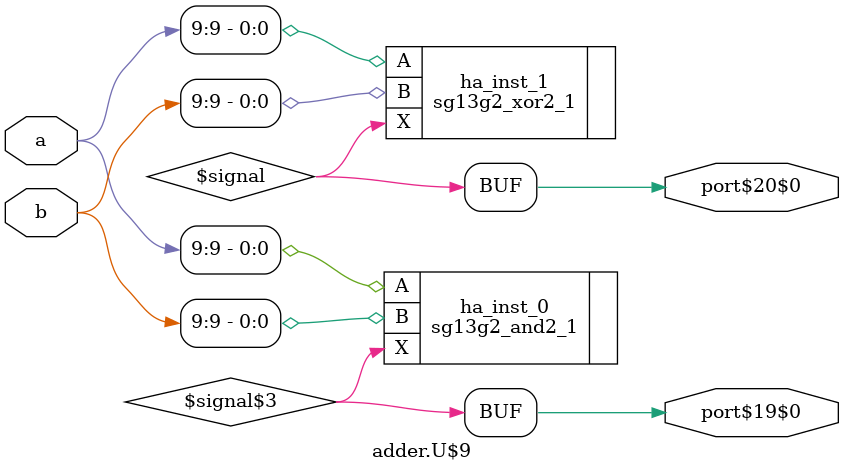
<source format=sv>
/* Generated by Yosys 0.51+85 (git sha1 d3aec12fe, clang++ 18.1.8 -fPIC -O3) */

module adder(b, o, a);
  wire \$1 ;
  wire \$10 ;
  wire \$11 ;
  wire \$12 ;
  wire \$13 ;
  wire \$14 ;
  wire \$15 ;
  wire \$16 ;
  wire \$17 ;
  wire \$18 ;
  wire \$19 ;
  wire \$2 ;
  wire \$20 ;
  wire \$21 ;
  wire \$22 ;
  wire \$23 ;
  wire \$24 ;
  wire \$25 ;
  wire \$26 ;
  wire \$27 ;
  wire \$28 ;
  wire \$29 ;
  wire \$3 ;
  wire \$30 ;
  wire \$31 ;
  wire \$32 ;
  wire \$33 ;
  wire \$34 ;
  wire \$35 ;
  wire \$4 ;
  wire \$5 ;
  wire \$6 ;
  wire \$7 ;
  wire \$8 ;
  wire \$9 ;
  wire \$signal ;
  wire \$signal$10 ;
  wire \$signal$100 ;
  wire \$signal$101 ;
  wire \$signal$102 ;
  wire \$signal$103 ;
  wire \$signal$104 ;
  wire \$signal$11 ;
  wire \$signal$12 ;
  wire \$signal$13 ;
  wire \$signal$14 ;
  wire \$signal$15 ;
  wire \$signal$16 ;
  wire \$signal$17 ;
  wire \$signal$177 ;
  wire \$signal$18 ;
  wire \$signal$19 ;
  wire \$signal$20 ;
  wire \$signal$21 ;
  wire \$signal$22 ;
  wire \$signal$23 ;
  wire \$signal$24 ;
  wire \$signal$25 ;
  wire \$signal$26 ;
  wire \$signal$27 ;
  wire \$signal$28 ;
  wire \$signal$29 ;
  wire \$signal$30 ;
  wire \$signal$31 ;
  wire \$signal$32 ;
  wire \$signal$33 ;
  wire \$signal$34 ;
  wire \$signal$35 ;
  wire \$signal$36 ;
  wire \$signal$37 ;
  wire \$signal$38 ;
  wire \$signal$39 ;
  wire \$signal$40 ;
  wire \$signal$41 ;
  wire \$signal$42 ;
  wire \$signal$43 ;
  wire \$signal$44 ;
  wire \$signal$45 ;
  wire \$signal$46 ;
  wire \$signal$47 ;
  wire \$signal$48 ;
  wire \$signal$49 ;
  wire \$signal$50 ;
  wire \$signal$51 ;
  wire \$signal$52 ;
  wire \$signal$53 ;
  wire \$signal$54 ;
  wire \$signal$55 ;
  wire \$signal$56 ;
  wire \$signal$57 ;
  wire \$signal$58 ;
  wire \$signal$59 ;
  wire \$signal$6 ;
  wire \$signal$60 ;
  wire \$signal$61 ;
  wire \$signal$62 ;
  wire \$signal$63 ;
  wire \$signal$64 ;
  wire \$signal$65 ;
  wire \$signal$66 ;
  wire \$signal$67 ;
  wire \$signal$68 ;
  wire \$signal$69 ;
  wire \$signal$7 ;
  wire \$signal$70 ;
  wire \$signal$73 ;
  wire \$signal$74 ;
  wire \$signal$75 ;
  wire \$signal$76 ;
  wire \$signal$77 ;
  wire \$signal$78 ;
  wire \$signal$79 ;
  wire \$signal$8 ;
  wire \$signal$80 ;
  wire \$signal$81 ;
  wire \$signal$82 ;
  wire \$signal$83 ;
  wire \$signal$84 ;
  wire \$signal$85 ;
  wire \$signal$86 ;
  wire \$signal$87 ;
  wire \$signal$88 ;
  wire \$signal$89 ;
  wire \$signal$9 ;
  wire \$signal$90 ;
  wire \$signal$91 ;
  wire \$signal$92 ;
  wire \$signal$93 ;
  wire \$signal$94 ;
  wire \$signal$95 ;
  wire \$signal$96 ;
  wire \$signal$97 ;
  wire \$signal$98 ;
  wire \$signal$99 ;
  input [32:0] a;
  wire [32:0] a;
  wire [32:0] \a$3 ;
  input [32:0] b;
  wire [32:0] b;
  wire [32:0] \b$4 ;
  wire g_new;
  wire \g_new$108 ;
  wire \g_new$111 ;
  wire \g_new$112 ;
  wire \g_new$115 ;
  wire \g_new$116 ;
  wire \g_new$119 ;
  wire \g_new$120 ;
  wire \g_new$123 ;
  wire \g_new$124 ;
  wire \g_new$127 ;
  wire \g_new$128 ;
  wire \g_new$131 ;
  wire \g_new$132 ;
  wire \g_new$135 ;
  wire \g_new$136 ;
  wire \g_new$139 ;
  wire \g_new$140 ;
  wire \g_new$143 ;
  wire \g_new$144 ;
  wire \g_new$147 ;
  wire \g_new$148 ;
  wire \g_new$151 ;
  wire \g_new$152 ;
  wire \g_new$155 ;
  wire \g_new$156 ;
  wire \g_new$159 ;
  wire \g_new$160 ;
  wire \g_new$163 ;
  wire \g_new$164 ;
  wire \g_new$165 ;
  wire \g_new$166 ;
  wire \g_new$167 ;
  wire \g_new$168 ;
  wire \g_new$169 ;
  wire \g_new$170 ;
  wire \g_new$171 ;
  wire \g_new$172 ;
  wire \g_new$173 ;
  wire \g_new$174 ;
  wire \g_new$175 ;
  wire \g_new$176 ;
  wire \g_new$178 ;
  wire \g_new$179 ;
  wire \g_new$180 ;
  wire \g_new$181 ;
  wire \g_new$182 ;
  wire \g_new$183 ;
  wire \g_new$184 ;
  wire \g_new$185 ;
  wire \g_new$186 ;
  wire \g_new$187 ;
  wire \g_new$188 ;
  wire \g_new$189 ;
  wire \g_new$190 ;
  wire \g_new$191 ;
  wire \g_new$192 ;
  output [32:0] o;
  wire [32:0] o;
  wire [32:0] \o$72 ;
  wire [32:0] o2;
  wire p_new;
  wire \p_new$106 ;
  wire \p_new$109 ;
  wire \p_new$110 ;
  wire \p_new$113 ;
  wire \p_new$114 ;
  wire \p_new$117 ;
  wire \p_new$118 ;
  wire \p_new$121 ;
  wire \p_new$122 ;
  wire \p_new$125 ;
  wire \p_new$126 ;
  wire \p_new$129 ;
  wire \p_new$130 ;
  wire \p_new$133 ;
  wire \p_new$134 ;
  wire \p_new$137 ;
  wire \p_new$138 ;
  wire \p_new$141 ;
  wire \p_new$142 ;
  wire \p_new$145 ;
  wire \p_new$146 ;
  wire \p_new$149 ;
  wire \p_new$150 ;
  wire \p_new$153 ;
  wire \p_new$154 ;
  wire \p_new$157 ;
  wire \p_new$158 ;
  wire \p_new$161 ;
  wire \p_new$162 ;
  \adder.U$0  \U$0  (
    .a(a),
    .b(b),
    .\port$1$0 (\$signal$73 ),
    .\port$2$0 (\$signal )
  );
  \adder.U$1  \U$1  (
    .a(a),
    .b(b),
    .\port$3$0 (\$signal$74 ),
    .\port$4$0 (\$signal$7 )
  );
  \adder.U$10  \U$10  (
    .a(a),
    .b(b),
    .\port$21$0 (\$signal$83 ),
    .\port$22$0 (\$signal$25 )
  );
  sg13g2_a21o_1 \U$100  (
    .A1(\p_new$114 ),
    .A2(\g_new$155 ),
    .B1(\g_new$115 ),
    .X(\g_new$170 )
  );
  sg13g2_a21o_1 \U$101  (
    .A1(\p_new$118 ),
    .A2(\g_new$166 ),
    .B1(\g_new$119 ),
    .X(\g_new$171 )
  );
  sg13g2_a21o_1 \U$102  (
    .A1(\p_new$122 ),
    .A2(\g_new$163 ),
    .B1(\g_new$123 ),
    .X(\g_new$172 )
  );
  sg13g2_a21o_1 \U$103  (
    .A1(\p_new$126 ),
    .A2(\g_new$167 ),
    .B1(\g_new$127 ),
    .X(\g_new$173 )
  );
  sg13g2_a21o_1 \U$104  (
    .A1(\p_new$130 ),
    .A2(\g_new$165 ),
    .B1(\g_new$131 ),
    .X(\g_new$174 )
  );
  sg13g2_a21o_1 \U$105  (
    .A1(\p_new$134 ),
    .A2(\g_new$168 ),
    .B1(\g_new$135 ),
    .X(\g_new$175 )
  );
  sg13g2_a21o_1 \U$106  (
    .A1(\$signal$9 ),
    .A2(g_new),
    .B1(\$signal$75 ),
    .X(\g_new$178 )
  );
  sg13g2_a21o_1 \U$107  (
    .A1(\$signal$13 ),
    .A2(\g_new$139 ),
    .B1(\$signal$77 ),
    .X(\g_new$179 )
  );
  sg13g2_a21o_1 \U$108  (
    .A1(\$signal$17 ),
    .A2(\g_new$169 ),
    .B1(\$signal$79 ),
    .X(\g_new$180 )
  );
  sg13g2_a21o_1 \U$109  (
    .A1(\$signal$21 ),
    .A2(\g_new$155 ),
    .B1(\$signal$81 ),
    .X(\g_new$181 )
  );
  \adder.U$11  \U$11  (
    .a(a),
    .b(b),
    .\port$23$0 (\$signal$84 ),
    .\port$24$0 (\$signal$27 )
  );
  sg13g2_a21o_1 \U$110  (
    .A1(\$signal$25 ),
    .A2(\g_new$170 ),
    .B1(\$signal$83 ),
    .X(\g_new$182 )
  );
  sg13g2_a21o_1 \U$111  (
    .A1(\$signal$29 ),
    .A2(\g_new$166 ),
    .B1(\$signal$85 ),
    .X(\g_new$183 )
  );
  sg13g2_a21o_1 \U$112  (
    .A1(\$signal$33 ),
    .A2(\g_new$171 ),
    .B1(\$signal$87 ),
    .X(\g_new$184 )
  );
  sg13g2_a21o_1 \U$113  (
    .A1(\$signal$37 ),
    .A2(\g_new$163 ),
    .B1(\$signal$89 ),
    .X(\g_new$185 )
  );
  sg13g2_a21o_1 \U$114  (
    .A1(\$signal$41 ),
    .A2(\g_new$172 ),
    .B1(\$signal$91 ),
    .X(\g_new$186 )
  );
  sg13g2_a21o_1 \U$115  (
    .A1(\$signal$45 ),
    .A2(\g_new$167 ),
    .B1(\$signal$93 ),
    .X(\g_new$187 )
  );
  sg13g2_a21o_1 \U$116  (
    .A1(\$signal$49 ),
    .A2(\g_new$173 ),
    .B1(\$signal$95 ),
    .X(\g_new$188 )
  );
  sg13g2_a21o_1 \U$117  (
    .A1(\$signal$53 ),
    .A2(\g_new$165 ),
    .B1(\$signal$97 ),
    .X(\g_new$189 )
  );
  sg13g2_a21o_1 \U$118  (
    .A1(\$signal$57 ),
    .A2(\g_new$174 ),
    .B1(\$signal$99 ),
    .X(\g_new$190 )
  );
  sg13g2_a21o_1 \U$119  (
    .A1(\$signal$61 ),
    .A2(\g_new$168 ),
    .B1(\$signal$101 ),
    .X(\g_new$191 )
  );
  \adder.U$12  \U$12  (
    .a(a),
    .b(b),
    .\port$25$0 (\$signal$85 ),
    .\port$26$0 (\$signal$29 )
  );
  sg13g2_a21o_1 \U$120  (
    .A1(\$signal$65 ),
    .A2(\g_new$175 ),
    .B1(\$signal$103 ),
    .X(\g_new$192 )
  );
  sg13g2_a21o_1 \U$121  (
    .A1(\$signal$69 ),
    .A2(\g_new$176 ),
    .B1(\$signal$177 ),
    .X(\$2 )
  );
  sg13g2_xor2_1 \U$122  (
    .A(\$signal ),
    .B(1'h0),
    .X(\$3 )
  );
  sg13g2_xor2_1 \U$123  (
    .A(\$signal$7 ),
    .B(\$signal$73 ),
    .X(\$4 )
  );
  sg13g2_xor2_1 \U$124  (
    .A(\$signal$9 ),
    .B(g_new),
    .X(\$5 )
  );
  sg13g2_xor2_1 \U$125  (
    .A(\$signal$11 ),
    .B(\g_new$178 ),
    .X(\$6 )
  );
  sg13g2_xor2_1 \U$126  (
    .A(\$signal$13 ),
    .B(\g_new$139 ),
    .X(\$7 )
  );
  sg13g2_xor2_1 \U$127  (
    .A(\$signal$15 ),
    .B(\g_new$179 ),
    .X(\$8 )
  );
  sg13g2_xor2_1 \U$128  (
    .A(\$signal$17 ),
    .B(\g_new$169 ),
    .X(\$9 )
  );
  sg13g2_xor2_1 \U$129  (
    .A(\$signal$19 ),
    .B(\g_new$180 ),
    .X(\$10 )
  );
  \adder.U$13  \U$13  (
    .a(a),
    .b(b),
    .\port$27$0 (\$signal$86 ),
    .\port$28$0 (\$signal$31 )
  );
  sg13g2_xor2_1 \U$130  (
    .A(\$signal$21 ),
    .B(\g_new$155 ),
    .X(\$11 )
  );
  sg13g2_xor2_1 \U$131  (
    .A(\$signal$23 ),
    .B(\g_new$181 ),
    .X(\$12 )
  );
  sg13g2_xor2_1 \U$132  (
    .A(\$signal$25 ),
    .B(\g_new$170 ),
    .X(\$13 )
  );
  sg13g2_xor2_1 \U$133  (
    .A(\$signal$27 ),
    .B(\g_new$182 ),
    .X(\$14 )
  );
  sg13g2_xor2_1 \U$134  (
    .A(\$signal$29 ),
    .B(\g_new$166 ),
    .X(\$15 )
  );
  sg13g2_xor2_1 \U$135  (
    .A(\$signal$31 ),
    .B(\g_new$183 ),
    .X(\$16 )
  );
  sg13g2_xor2_1 \U$136  (
    .A(\$signal$33 ),
    .B(\g_new$171 ),
    .X(\$17 )
  );
  sg13g2_xor2_1 \U$137  (
    .A(\$signal$35 ),
    .B(\g_new$184 ),
    .X(\$18 )
  );
  sg13g2_xor2_1 \U$138  (
    .A(\$signal$37 ),
    .B(\g_new$163 ),
    .X(\$19 )
  );
  sg13g2_xor2_1 \U$139  (
    .A(\$signal$39 ),
    .B(\g_new$185 ),
    .X(\$20 )
  );
  \adder.U$14  \U$14  (
    .a(a),
    .b(b),
    .\port$29$0 (\$signal$87 ),
    .\port$30$0 (\$signal$33 )
  );
  sg13g2_xor2_1 \U$140  (
    .A(\$signal$41 ),
    .B(\g_new$172 ),
    .X(\$21 )
  );
  sg13g2_xor2_1 \U$141  (
    .A(\$signal$43 ),
    .B(\g_new$186 ),
    .X(\$22 )
  );
  sg13g2_xor2_1 \U$142  (
    .A(\$signal$45 ),
    .B(\g_new$167 ),
    .X(\$23 )
  );
  sg13g2_xor2_1 \U$143  (
    .A(\$signal$47 ),
    .B(\g_new$187 ),
    .X(\$24 )
  );
  sg13g2_xor2_1 \U$144  (
    .A(\$signal$49 ),
    .B(\g_new$173 ),
    .X(\$25 )
  );
  sg13g2_xor2_1 \U$145  (
    .A(\$signal$51 ),
    .B(\g_new$188 ),
    .X(\$26 )
  );
  sg13g2_xor2_1 \U$146  (
    .A(\$signal$53 ),
    .B(\g_new$165 ),
    .X(\$27 )
  );
  sg13g2_xor2_1 \U$147  (
    .A(\$signal$55 ),
    .B(\g_new$189 ),
    .X(\$28 )
  );
  sg13g2_xor2_1 \U$148  (
    .A(\$signal$57 ),
    .B(\g_new$174 ),
    .X(\$29 )
  );
  sg13g2_xor2_1 \U$149  (
    .A(\$signal$59 ),
    .B(\g_new$190 ),
    .X(\$30 )
  );
  \adder.U$15  \U$15  (
    .a(a),
    .b(b),
    .\port$31$0 (\$signal$88 ),
    .\port$32$0 (\$signal$35 )
  );
  sg13g2_xor2_1 \U$150  (
    .A(\$signal$61 ),
    .B(\g_new$168 ),
    .X(\$31 )
  );
  sg13g2_xor2_1 \U$151  (
    .A(\$signal$63 ),
    .B(\g_new$191 ),
    .X(\$32 )
  );
  sg13g2_xor2_1 \U$152  (
    .A(\$signal$65 ),
    .B(\g_new$175 ),
    .X(\$33 )
  );
  sg13g2_xor2_1 \U$153  (
    .A(\$signal$67 ),
    .B(\g_new$192 ),
    .X(\$34 )
  );
  sg13g2_xor2_1 \U$154  (
    .A(\$signal$69 ),
    .B(\g_new$176 ),
    .X(\$35 )
  );
  \adder.U$16  \U$16  (
    .a(a),
    .b(b),
    .\port$33$0 (\$signal$89 ),
    .\port$34$0 (\$signal$37 )
  );
  \adder.U$17  \U$17  (
    .a(a),
    .b(b),
    .\port$35$0 (\$signal$90 ),
    .\port$36$0 (\$signal$39 )
  );
  \adder.U$18  \U$18  (
    .a(a),
    .b(b),
    .\port$37$0 (\$signal$91 ),
    .\port$38$0 (\$signal$41 )
  );
  \adder.U$19  \U$19  (
    .a(a),
    .b(b),
    .\port$39$0 (\$signal$92 ),
    .\port$40$0 (\$signal$43 )
  );
  \adder.U$2  \U$2  (
    .a(a),
    .b(b),
    .\port$5$0 (\$signal$75 ),
    .\port$6$0 (\$signal$9 )
  );
  \adder.U$20  \U$20  (
    .a(a),
    .b(b),
    .\port$41$0 (\$signal$93 ),
    .\port$42$0 (\$signal$45 )
  );
  \adder.U$21  \U$21  (
    .a(a),
    .b(b),
    .\port$43$0 (\$signal$94 ),
    .\port$44$0 (\$signal$47 )
  );
  \adder.U$22  \U$22  (
    .a(a),
    .b(b),
    .\port$45$0 (\$signal$95 ),
    .\port$46$0 (\$signal$49 )
  );
  \adder.U$23  \U$23  (
    .a(a),
    .b(b),
    .\port$47$0 (\$signal$96 ),
    .\port$48$0 (\$signal$51 )
  );
  \adder.U$24  \U$24  (
    .a(a),
    .b(b),
    .\port$49$0 (\$signal$97 ),
    .\port$50$0 (\$signal$53 )
  );
  \adder.U$25  \U$25  (
    .a(a),
    .b(b),
    .\port$51$0 (\$signal$98 ),
    .\port$52$0 (\$signal$55 )
  );
  \adder.U$26  \U$26  (
    .a(a),
    .b(b),
    .\port$53$0 (\$signal$99 ),
    .\port$54$0 (\$signal$57 )
  );
  \adder.U$27  \U$27  (
    .a(a),
    .b(b),
    .\port$55$0 (\$signal$100 ),
    .\port$56$0 (\$signal$59 )
  );
  \adder.U$28  \U$28  (
    .a(a),
    .b(b),
    .\port$57$0 (\$signal$101 ),
    .\port$58$0 (\$signal$61 )
  );
  \adder.U$29  \U$29  (
    .a(a),
    .b(b),
    .\port$59$0 (\$signal$102 ),
    .\port$60$0 (\$signal$63 )
  );
  \adder.U$3  \U$3  (
    .a(a),
    .b(b),
    .\port$7$0 (\$signal$76 ),
    .\port$8$0 (\$signal$11 )
  );
  \adder.U$30  \U$30  (
    .a(a),
    .b(b),
    .\port$61$0 (\$signal$103 ),
    .\port$62$0 (\$signal$65 )
  );
  \adder.U$31  \U$31  (
    .a(a),
    .b(b),
    .\port$63$0 (\$signal$104 ),
    .\port$64$0 (\$signal$67 )
  );
  \adder.U$32  \U$32  (
    .a(a),
    .b(b),
    .\port$65$0 (\$signal$177 ),
    .\port$66$0 (\$signal$69 )
  );
  sg13g2_and2_1 \U$33  (
    .A(\$signal$7 ),
    .B(\$signal ),
    .X(\p_new$106 )
  );
  sg13g2_a21o_1 \U$34  (
    .A1(\$signal$7 ),
    .A2(\$signal$73 ),
    .B1(\$signal$74 ),
    .X(g_new)
  );
  sg13g2_and2_1 \U$35  (
    .A(\$signal$11 ),
    .B(\$signal$9 ),
    .X(p_new)
  );
  sg13g2_a21o_1 \U$36  (
    .A1(\$signal$11 ),
    .A2(\$signal$75 ),
    .B1(\$signal$76 ),
    .X(\g_new$108 )
  );
  sg13g2_and2_1 \U$37  (
    .A(\$signal$15 ),
    .B(\$signal$13 ),
    .X(\p_new$110 )
  );
  sg13g2_a21o_1 \U$38  (
    .A1(\$signal$15 ),
    .A2(\$signal$77 ),
    .B1(\$signal$78 ),
    .X(\g_new$111 )
  );
  sg13g2_and2_1 \U$39  (
    .A(\$signal$19 ),
    .B(\$signal$17 ),
    .X(\p_new$109 )
  );
  \adder.U$4  \U$4  (
    .a(a),
    .b(b),
    .\port$10$0 (\$signal$13 ),
    .\port$9$0 (\$signal$77 )
  );
  sg13g2_a21o_1 \U$40  (
    .A1(\$signal$19 ),
    .A2(\$signal$79 ),
    .B1(\$signal$80 ),
    .X(\g_new$112 )
  );
  sg13g2_and2_1 \U$41  (
    .A(\$signal$23 ),
    .B(\$signal$21 ),
    .X(\p_new$114 )
  );
  sg13g2_a21o_1 \U$42  (
    .A1(\$signal$23 ),
    .A2(\$signal$81 ),
    .B1(\$signal$82 ),
    .X(\g_new$115 )
  );
  sg13g2_and2_1 \U$43  (
    .A(\$signal$27 ),
    .B(\$signal$25 ),
    .X(\p_new$113 )
  );
  sg13g2_a21o_1 \U$44  (
    .A1(\$signal$27 ),
    .A2(\$signal$83 ),
    .B1(\$signal$84 ),
    .X(\g_new$116 )
  );
  sg13g2_and2_1 \U$45  (
    .A(\$signal$31 ),
    .B(\$signal$29 ),
    .X(\p_new$118 )
  );
  sg13g2_a21o_1 \U$46  (
    .A1(\$signal$31 ),
    .A2(\$signal$85 ),
    .B1(\$signal$86 ),
    .X(\g_new$119 )
  );
  sg13g2_and2_1 \U$47  (
    .A(\$signal$35 ),
    .B(\$signal$33 ),
    .X(\p_new$117 )
  );
  sg13g2_a21o_1 \U$48  (
    .A1(\$signal$35 ),
    .A2(\$signal$87 ),
    .B1(\$signal$88 ),
    .X(\g_new$120 )
  );
  sg13g2_and2_1 \U$49  (
    .A(\$signal$39 ),
    .B(\$signal$37 ),
    .X(\p_new$122 )
  );
  \adder.U$5  \U$5  (
    .a(a),
    .b(b),
    .\port$11$0 (\$signal$78 ),
    .\port$12$0 (\$signal$15 )
  );
  sg13g2_a21o_1 \U$50  (
    .A1(\$signal$39 ),
    .A2(\$signal$89 ),
    .B1(\$signal$90 ),
    .X(\g_new$123 )
  );
  sg13g2_and2_1 \U$51  (
    .A(\$signal$43 ),
    .B(\$signal$41 ),
    .X(\p_new$121 )
  );
  sg13g2_a21o_1 \U$52  (
    .A1(\$signal$43 ),
    .A2(\$signal$91 ),
    .B1(\$signal$92 ),
    .X(\g_new$124 )
  );
  sg13g2_and2_1 \U$53  (
    .A(\$signal$47 ),
    .B(\$signal$45 ),
    .X(\p_new$126 )
  );
  sg13g2_a21o_1 \U$54  (
    .A1(\$signal$47 ),
    .A2(\$signal$93 ),
    .B1(\$signal$94 ),
    .X(\g_new$127 )
  );
  sg13g2_and2_1 \U$55  (
    .A(\$signal$51 ),
    .B(\$signal$49 ),
    .X(\p_new$125 )
  );
  sg13g2_a21o_1 \U$56  (
    .A1(\$signal$51 ),
    .A2(\$signal$95 ),
    .B1(\$signal$96 ),
    .X(\g_new$128 )
  );
  sg13g2_and2_1 \U$57  (
    .A(\$signal$55 ),
    .B(\$signal$53 ),
    .X(\p_new$130 )
  );
  sg13g2_a21o_1 \U$58  (
    .A1(\$signal$55 ),
    .A2(\$signal$97 ),
    .B1(\$signal$98 ),
    .X(\g_new$131 )
  );
  sg13g2_and2_1 \U$59  (
    .A(\$signal$59 ),
    .B(\$signal$57 ),
    .X(\p_new$129 )
  );
  \adder.U$6  \U$6  (
    .a(a),
    .b(b),
    .\port$13$0 (\$signal$79 ),
    .\port$14$0 (\$signal$17 )
  );
  sg13g2_a21o_1 \U$60  (
    .A1(\$signal$59 ),
    .A2(\$signal$99 ),
    .B1(\$signal$100 ),
    .X(\g_new$132 )
  );
  sg13g2_and2_1 \U$61  (
    .A(\$signal$63 ),
    .B(\$signal$61 ),
    .X(\p_new$134 )
  );
  sg13g2_a21o_1 \U$62  (
    .A1(\$signal$63 ),
    .A2(\$signal$101 ),
    .B1(\$signal$102 ),
    .X(\g_new$135 )
  );
  sg13g2_and2_1 \U$63  (
    .A(\$signal$67 ),
    .B(\$signal$65 ),
    .X(\p_new$133 )
  );
  sg13g2_a21o_1 \U$64  (
    .A1(\$signal$67 ),
    .A2(\$signal$103 ),
    .B1(\$signal$104 ),
    .X(\g_new$136 )
  );
  sg13g2_and2_1 \U$65  (
    .A(p_new),
    .B(\p_new$106 ),
    .X(\p_new$138 )
  );
  sg13g2_a21o_1 \U$66  (
    .A1(p_new),
    .A2(g_new),
    .B1(\g_new$108 ),
    .X(\g_new$139 )
  );
  sg13g2_and2_1 \U$67  (
    .A(\p_new$109 ),
    .B(\p_new$110 ),
    .X(\p_new$137 )
  );
  sg13g2_a21o_1 \U$68  (
    .A1(\p_new$109 ),
    .A2(\g_new$111 ),
    .B1(\g_new$112 ),
    .X(\g_new$140 )
  );
  sg13g2_and2_1 \U$69  (
    .A(\p_new$113 ),
    .B(\p_new$114 ),
    .X(\p_new$142 )
  );
  \adder.U$7  \U$7  (
    .a(a),
    .b(b),
    .\port$15$0 (\$signal$80 ),
    .\port$16$0 (\$signal$19 )
  );
  sg13g2_a21o_1 \U$70  (
    .A1(\p_new$113 ),
    .A2(\g_new$115 ),
    .B1(\g_new$116 ),
    .X(\g_new$143 )
  );
  sg13g2_and2_1 \U$71  (
    .A(\p_new$117 ),
    .B(\p_new$118 ),
    .X(\p_new$141 )
  );
  sg13g2_a21o_1 \U$72  (
    .A1(\p_new$117 ),
    .A2(\g_new$119 ),
    .B1(\g_new$120 ),
    .X(\g_new$144 )
  );
  sg13g2_and2_1 \U$73  (
    .A(\p_new$121 ),
    .B(\p_new$122 ),
    .X(\p_new$146 )
  );
  sg13g2_a21o_1 \U$74  (
    .A1(\p_new$121 ),
    .A2(\g_new$123 ),
    .B1(\g_new$124 ),
    .X(\g_new$147 )
  );
  sg13g2_and2_1 \U$75  (
    .A(\p_new$125 ),
    .B(\p_new$126 ),
    .X(\p_new$145 )
  );
  sg13g2_a21o_1 \U$76  (
    .A1(\p_new$125 ),
    .A2(\g_new$127 ),
    .B1(\g_new$128 ),
    .X(\g_new$148 )
  );
  sg13g2_and2_1 \U$77  (
    .A(\p_new$129 ),
    .B(\p_new$130 ),
    .X(\p_new$150 )
  );
  sg13g2_a21o_1 \U$78  (
    .A1(\p_new$129 ),
    .A2(\g_new$131 ),
    .B1(\g_new$132 ),
    .X(\g_new$151 )
  );
  sg13g2_and2_1 \U$79  (
    .A(\p_new$133 ),
    .B(\p_new$134 ),
    .X(\p_new$149 )
  );
  \adder.U$8  \U$8  (
    .a(a),
    .b(b),
    .\port$17$0 (\$signal$81 ),
    .\port$18$0 (\$signal$21 )
  );
  sg13g2_a21o_1 \U$80  (
    .A1(\p_new$133 ),
    .A2(\g_new$135 ),
    .B1(\g_new$136 ),
    .X(\g_new$152 )
  );
  sg13g2_and2_1 \U$81  (
    .A(\p_new$137 ),
    .B(\p_new$138 ),
    .X(\p_new$154 )
  );
  sg13g2_a21o_1 \U$82  (
    .A1(\p_new$137 ),
    .A2(\g_new$139 ),
    .B1(\g_new$140 ),
    .X(\g_new$155 )
  );
  sg13g2_and2_1 \U$83  (
    .A(\p_new$141 ),
    .B(\p_new$142 ),
    .X(\p_new$153 )
  );
  sg13g2_a21o_1 \U$84  (
    .A1(\p_new$141 ),
    .A2(\g_new$143 ),
    .B1(\g_new$144 ),
    .X(\g_new$156 )
  );
  sg13g2_and2_1 \U$85  (
    .A(\p_new$145 ),
    .B(\p_new$146 ),
    .X(\p_new$158 )
  );
  sg13g2_a21o_1 \U$86  (
    .A1(\p_new$145 ),
    .A2(\g_new$147 ),
    .B1(\g_new$148 ),
    .X(\g_new$159 )
  );
  sg13g2_and2_1 \U$87  (
    .A(\p_new$149 ),
    .B(\p_new$150 ),
    .X(\p_new$157 )
  );
  sg13g2_a21o_1 \U$88  (
    .A1(\p_new$149 ),
    .A2(\g_new$151 ),
    .B1(\g_new$152 ),
    .X(\g_new$160 )
  );
  sg13g2_and2_1 \U$89  (
    .A(\p_new$153 ),
    .B(\p_new$154 ),
    .X(\p_new$162 )
  );
  \adder.U$9  \U$9  (
    .a(a),
    .b(b),
    .\port$19$0 (\$signal$82 ),
    .\port$20$0 (\$signal$23 )
  );
  sg13g2_a21o_1 \U$90  (
    .A1(\p_new$153 ),
    .A2(\g_new$155 ),
    .B1(\g_new$156 ),
    .X(\g_new$163 )
  );
  sg13g2_and2_1 \U$91  (
    .A(\p_new$157 ),
    .B(\p_new$158 ),
    .X(\p_new$161 )
  );
  sg13g2_a21o_1 \U$92  (
    .A1(\p_new$157 ),
    .A2(\g_new$159 ),
    .B1(\g_new$160 ),
    .X(\g_new$164 )
  );
  sg13g2_and2_1 \U$93  (
    .A(\p_new$161 ),
    .B(\p_new$162 ),
    .X(\$1 )
  );
  sg13g2_a21o_1 \U$94  (
    .A1(\p_new$161 ),
    .A2(\g_new$163 ),
    .B1(\g_new$164 ),
    .X(\g_new$176 )
  );
  sg13g2_a21o_1 \U$95  (
    .A1(\p_new$158 ),
    .A2(\g_new$163 ),
    .B1(\g_new$159 ),
    .X(\g_new$165 )
  );
  sg13g2_a21o_1 \U$96  (
    .A1(\p_new$142 ),
    .A2(\g_new$155 ),
    .B1(\g_new$143 ),
    .X(\g_new$166 )
  );
  sg13g2_a21o_1 \U$97  (
    .A1(\p_new$146 ),
    .A2(\g_new$163 ),
    .B1(\g_new$147 ),
    .X(\g_new$167 )
  );
  sg13g2_a21o_1 \U$98  (
    .A1(\p_new$150 ),
    .A2(\g_new$165 ),
    .B1(\g_new$151 ),
    .X(\g_new$168 )
  );
  sg13g2_a21o_1 \U$99  (
    .A1(\p_new$110 ),
    .A2(\g_new$139 ),
    .B1(\g_new$111 ),
    .X(\g_new$169 )
  );
  assign \a$3  = a;
  assign \b$4  = b;
  assign \$signal$6  = \$signal ;
  assign \$signal$8  = \$signal$7 ;
  assign \$signal$10  = \$signal$9 ;
  assign \$signal$12  = \$signal$11 ;
  assign \$signal$14  = \$signal$13 ;
  assign \$signal$16  = \$signal$15 ;
  assign \$signal$18  = \$signal$17 ;
  assign \$signal$20  = \$signal$19 ;
  assign \$signal$22  = \$signal$21 ;
  assign \$signal$24  = \$signal$23 ;
  assign \$signal$26  = \$signal$25 ;
  assign \$signal$28  = \$signal$27 ;
  assign \$signal$30  = \$signal$29 ;
  assign \$signal$32  = \$signal$31 ;
  assign \$signal$34  = \$signal$33 ;
  assign \$signal$36  = \$signal$35 ;
  assign \$signal$38  = \$signal$37 ;
  assign \$signal$40  = \$signal$39 ;
  assign \$signal$42  = \$signal$41 ;
  assign \$signal$44  = \$signal$43 ;
  assign \$signal$46  = \$signal$45 ;
  assign \$signal$48  = \$signal$47 ;
  assign \$signal$50  = \$signal$49 ;
  assign \$signal$52  = \$signal$51 ;
  assign \$signal$54  = \$signal$53 ;
  assign \$signal$56  = \$signal$55 ;
  assign \$signal$58  = \$signal$57 ;
  assign \$signal$60  = \$signal$59 ;
  assign \$signal$62  = \$signal$61 ;
  assign \$signal$64  = \$signal$63 ;
  assign \$signal$66  = \$signal$65 ;
  assign \$signal$68  = \$signal$67 ;
  assign \$signal$70  = \$signal$69 ;
  assign o2 = { \$35 , \$34 , \$33 , \$32 , \$31 , \$30 , \$29 , \$28 , \$27 , \$26 , \$25 , \$24 , \$23 , \$22 , \$21 , \$20 , \$19 , \$18 , \$17 , \$16 , \$15 , \$14 , \$13 , \$12 , \$11 , \$10 , \$9 , \$8 , \$7 , \$6 , \$5 , \$4 , \$3  };
  assign \o$72  = { \$35 , \$34 , \$33 , \$32 , \$31 , \$30 , \$29 , \$28 , \$27 , \$26 , \$25 , \$24 , \$23 , \$22 , \$21 , \$20 , \$19 , \$18 , \$17 , \$16 , \$15 , \$14 , \$13 , \$12 , \$11 , \$10 , \$9 , \$8 , \$7 , \$6 , \$5 , \$4 , \$3  };
  assign o = { \$35 , \$34 , \$33 , \$32 , \$31 , \$30 , \$29 , \$28 , \$27 , \$26 , \$25 , \$24 , \$23 , \$22 , \$21 , \$20 , \$19 , \$18 , \$17 , \$16 , \$15 , \$14 , \$13 , \$12 , \$11 , \$10 , \$9 , \$8 , \$7 , \$6 , \$5 , \$4 , \$3  };
endmodule

module \adder.U$0 (b, \port$1$0 , \port$2$0 , a);
  wire \$signal ;
  wire \$signal$3 ;
  input [32:0] a;
  wire [32:0] a;
  input [32:0] b;
  wire [32:0] b;
  output \port$1$0 ;
  wire \port$1$0 ;
  output \port$2$0 ;
  wire \port$2$0 ;
  sg13g2_and2_1 ha_inst_0 (
    .A(a[0]),
    .B(b[0]),
    .X(\$signal$3 )
  );
  sg13g2_xor2_1 ha_inst_1 (
    .A(a[0]),
    .B(b[0]),
    .X(\$signal )
  );
  assign \port$1$0  = \$signal$3 ;
  assign \port$2$0  = \$signal ;
endmodule

module \adder.U$1 (b, \port$3$0 , \port$4$0 , a);
  wire \$signal ;
  wire \$signal$3 ;
  input [32:0] a;
  wire [32:0] a;
  input [32:0] b;
  wire [32:0] b;
  output \port$3$0 ;
  wire \port$3$0 ;
  output \port$4$0 ;
  wire \port$4$0 ;
  sg13g2_and2_1 ha_inst_0 (
    .A(a[1]),
    .B(b[1]),
    .X(\$signal$3 )
  );
  sg13g2_xor2_1 ha_inst_1 (
    .A(a[1]),
    .B(b[1]),
    .X(\$signal )
  );
  assign \port$3$0  = \$signal$3 ;
  assign \port$4$0  = \$signal ;
endmodule

module \adder.U$10 (b, \port$21$0 , \port$22$0 , a);
  wire \$signal ;
  wire \$signal$3 ;
  input [32:0] a;
  wire [32:0] a;
  input [32:0] b;
  wire [32:0] b;
  output \port$21$0 ;
  wire \port$21$0 ;
  output \port$22$0 ;
  wire \port$22$0 ;
  sg13g2_and2_1 ha_inst_0 (
    .A(a[10]),
    .B(b[10]),
    .X(\$signal$3 )
  );
  sg13g2_xor2_1 ha_inst_1 (
    .A(a[10]),
    .B(b[10]),
    .X(\$signal )
  );
  assign \port$21$0  = \$signal$3 ;
  assign \port$22$0  = \$signal ;
endmodule

module \adder.U$11 (b, \port$23$0 , \port$24$0 , a);
  wire \$signal ;
  wire \$signal$3 ;
  input [32:0] a;
  wire [32:0] a;
  input [32:0] b;
  wire [32:0] b;
  output \port$23$0 ;
  wire \port$23$0 ;
  output \port$24$0 ;
  wire \port$24$0 ;
  sg13g2_and2_1 ha_inst_0 (
    .A(a[11]),
    .B(b[11]),
    .X(\$signal$3 )
  );
  sg13g2_xor2_1 ha_inst_1 (
    .A(a[11]),
    .B(b[11]),
    .X(\$signal )
  );
  assign \port$23$0  = \$signal$3 ;
  assign \port$24$0  = \$signal ;
endmodule

module \adder.U$12 (b, \port$25$0 , \port$26$0 , a);
  wire \$signal ;
  wire \$signal$3 ;
  input [32:0] a;
  wire [32:0] a;
  input [32:0] b;
  wire [32:0] b;
  output \port$25$0 ;
  wire \port$25$0 ;
  output \port$26$0 ;
  wire \port$26$0 ;
  sg13g2_and2_1 ha_inst_0 (
    .A(a[12]),
    .B(b[12]),
    .X(\$signal$3 )
  );
  sg13g2_xor2_1 ha_inst_1 (
    .A(a[12]),
    .B(b[12]),
    .X(\$signal )
  );
  assign \port$25$0  = \$signal$3 ;
  assign \port$26$0  = \$signal ;
endmodule

module \adder.U$13 (b, \port$27$0 , \port$28$0 , a);
  wire \$signal ;
  wire \$signal$3 ;
  input [32:0] a;
  wire [32:0] a;
  input [32:0] b;
  wire [32:0] b;
  output \port$27$0 ;
  wire \port$27$0 ;
  output \port$28$0 ;
  wire \port$28$0 ;
  sg13g2_and2_1 ha_inst_0 (
    .A(a[13]),
    .B(b[13]),
    .X(\$signal$3 )
  );
  sg13g2_xor2_1 ha_inst_1 (
    .A(a[13]),
    .B(b[13]),
    .X(\$signal )
  );
  assign \port$27$0  = \$signal$3 ;
  assign \port$28$0  = \$signal ;
endmodule

module \adder.U$14 (b, \port$29$0 , \port$30$0 , a);
  wire \$signal ;
  wire \$signal$3 ;
  input [32:0] a;
  wire [32:0] a;
  input [32:0] b;
  wire [32:0] b;
  output \port$29$0 ;
  wire \port$29$0 ;
  output \port$30$0 ;
  wire \port$30$0 ;
  sg13g2_and2_1 ha_inst_0 (
    .A(a[14]),
    .B(b[14]),
    .X(\$signal$3 )
  );
  sg13g2_xor2_1 ha_inst_1 (
    .A(a[14]),
    .B(b[14]),
    .X(\$signal )
  );
  assign \port$29$0  = \$signal$3 ;
  assign \port$30$0  = \$signal ;
endmodule

module \adder.U$15 (b, \port$31$0 , \port$32$0 , a);
  wire \$signal ;
  wire \$signal$3 ;
  input [32:0] a;
  wire [32:0] a;
  input [32:0] b;
  wire [32:0] b;
  output \port$31$0 ;
  wire \port$31$0 ;
  output \port$32$0 ;
  wire \port$32$0 ;
  sg13g2_and2_1 ha_inst_0 (
    .A(a[15]),
    .B(b[15]),
    .X(\$signal$3 )
  );
  sg13g2_xor2_1 ha_inst_1 (
    .A(a[15]),
    .B(b[15]),
    .X(\$signal )
  );
  assign \port$31$0  = \$signal$3 ;
  assign \port$32$0  = \$signal ;
endmodule

module \adder.U$16 (b, \port$33$0 , \port$34$0 , a);
  wire \$signal ;
  wire \$signal$3 ;
  input [32:0] a;
  wire [32:0] a;
  input [32:0] b;
  wire [32:0] b;
  output \port$33$0 ;
  wire \port$33$0 ;
  output \port$34$0 ;
  wire \port$34$0 ;
  sg13g2_and2_1 ha_inst_0 (
    .A(a[16]),
    .B(b[16]),
    .X(\$signal$3 )
  );
  sg13g2_xor2_1 ha_inst_1 (
    .A(a[16]),
    .B(b[16]),
    .X(\$signal )
  );
  assign \port$33$0  = \$signal$3 ;
  assign \port$34$0  = \$signal ;
endmodule

module \adder.U$17 (b, \port$35$0 , \port$36$0 , a);
  wire \$signal ;
  wire \$signal$3 ;
  input [32:0] a;
  wire [32:0] a;
  input [32:0] b;
  wire [32:0] b;
  output \port$35$0 ;
  wire \port$35$0 ;
  output \port$36$0 ;
  wire \port$36$0 ;
  sg13g2_and2_1 ha_inst_0 (
    .A(a[17]),
    .B(b[17]),
    .X(\$signal$3 )
  );
  sg13g2_xor2_1 ha_inst_1 (
    .A(a[17]),
    .B(b[17]),
    .X(\$signal )
  );
  assign \port$35$0  = \$signal$3 ;
  assign \port$36$0  = \$signal ;
endmodule

module \adder.U$18 (b, \port$37$0 , \port$38$0 , a);
  wire \$signal ;
  wire \$signal$3 ;
  input [32:0] a;
  wire [32:0] a;
  input [32:0] b;
  wire [32:0] b;
  output \port$37$0 ;
  wire \port$37$0 ;
  output \port$38$0 ;
  wire \port$38$0 ;
  sg13g2_and2_1 ha_inst_0 (
    .A(a[18]),
    .B(b[18]),
    .X(\$signal$3 )
  );
  sg13g2_xor2_1 ha_inst_1 (
    .A(a[18]),
    .B(b[18]),
    .X(\$signal )
  );
  assign \port$37$0  = \$signal$3 ;
  assign \port$38$0  = \$signal ;
endmodule

module \adder.U$19 (b, \port$39$0 , \port$40$0 , a);
  wire \$signal ;
  wire \$signal$3 ;
  input [32:0] a;
  wire [32:0] a;
  input [32:0] b;
  wire [32:0] b;
  output \port$39$0 ;
  wire \port$39$0 ;
  output \port$40$0 ;
  wire \port$40$0 ;
  sg13g2_and2_1 ha_inst_0 (
    .A(a[19]),
    .B(b[19]),
    .X(\$signal$3 )
  );
  sg13g2_xor2_1 ha_inst_1 (
    .A(a[19]),
    .B(b[19]),
    .X(\$signal )
  );
  assign \port$39$0  = \$signal$3 ;
  assign \port$40$0  = \$signal ;
endmodule

module \adder.U$2 (b, \port$5$0 , \port$6$0 , a);
  wire \$signal ;
  wire \$signal$3 ;
  input [32:0] a;
  wire [32:0] a;
  input [32:0] b;
  wire [32:0] b;
  output \port$5$0 ;
  wire \port$5$0 ;
  output \port$6$0 ;
  wire \port$6$0 ;
  sg13g2_and2_1 ha_inst_0 (
    .A(a[2]),
    .B(b[2]),
    .X(\$signal$3 )
  );
  sg13g2_xor2_1 ha_inst_1 (
    .A(a[2]),
    .B(b[2]),
    .X(\$signal )
  );
  assign \port$5$0  = \$signal$3 ;
  assign \port$6$0  = \$signal ;
endmodule

module \adder.U$20 (b, \port$41$0 , \port$42$0 , a);
  wire \$signal ;
  wire \$signal$3 ;
  input [32:0] a;
  wire [32:0] a;
  input [32:0] b;
  wire [32:0] b;
  output \port$41$0 ;
  wire \port$41$0 ;
  output \port$42$0 ;
  wire \port$42$0 ;
  sg13g2_and2_1 ha_inst_0 (
    .A(a[20]),
    .B(b[20]),
    .X(\$signal$3 )
  );
  sg13g2_xor2_1 ha_inst_1 (
    .A(a[20]),
    .B(b[20]),
    .X(\$signal )
  );
  assign \port$41$0  = \$signal$3 ;
  assign \port$42$0  = \$signal ;
endmodule

module \adder.U$21 (b, \port$43$0 , \port$44$0 , a);
  wire \$signal ;
  wire \$signal$3 ;
  input [32:0] a;
  wire [32:0] a;
  input [32:0] b;
  wire [32:0] b;
  output \port$43$0 ;
  wire \port$43$0 ;
  output \port$44$0 ;
  wire \port$44$0 ;
  sg13g2_and2_1 ha_inst_0 (
    .A(a[21]),
    .B(b[21]),
    .X(\$signal$3 )
  );
  sg13g2_xor2_1 ha_inst_1 (
    .A(a[21]),
    .B(b[21]),
    .X(\$signal )
  );
  assign \port$43$0  = \$signal$3 ;
  assign \port$44$0  = \$signal ;
endmodule

module \adder.U$22 (b, \port$45$0 , \port$46$0 , a);
  wire \$signal ;
  wire \$signal$3 ;
  input [32:0] a;
  wire [32:0] a;
  input [32:0] b;
  wire [32:0] b;
  output \port$45$0 ;
  wire \port$45$0 ;
  output \port$46$0 ;
  wire \port$46$0 ;
  sg13g2_and2_1 ha_inst_0 (
    .A(a[22]),
    .B(b[22]),
    .X(\$signal$3 )
  );
  sg13g2_xor2_1 ha_inst_1 (
    .A(a[22]),
    .B(b[22]),
    .X(\$signal )
  );
  assign \port$45$0  = \$signal$3 ;
  assign \port$46$0  = \$signal ;
endmodule

module \adder.U$23 (b, \port$47$0 , \port$48$0 , a);
  wire \$signal ;
  wire \$signal$3 ;
  input [32:0] a;
  wire [32:0] a;
  input [32:0] b;
  wire [32:0] b;
  output \port$47$0 ;
  wire \port$47$0 ;
  output \port$48$0 ;
  wire \port$48$0 ;
  sg13g2_and2_1 ha_inst_0 (
    .A(a[23]),
    .B(b[23]),
    .X(\$signal$3 )
  );
  sg13g2_xor2_1 ha_inst_1 (
    .A(a[23]),
    .B(b[23]),
    .X(\$signal )
  );
  assign \port$47$0  = \$signal$3 ;
  assign \port$48$0  = \$signal ;
endmodule

module \adder.U$24 (b, \port$49$0 , \port$50$0 , a);
  wire \$signal ;
  wire \$signal$3 ;
  input [32:0] a;
  wire [32:0] a;
  input [32:0] b;
  wire [32:0] b;
  output \port$49$0 ;
  wire \port$49$0 ;
  output \port$50$0 ;
  wire \port$50$0 ;
  sg13g2_and2_1 ha_inst_0 (
    .A(a[24]),
    .B(b[24]),
    .X(\$signal$3 )
  );
  sg13g2_xor2_1 ha_inst_1 (
    .A(a[24]),
    .B(b[24]),
    .X(\$signal )
  );
  assign \port$49$0  = \$signal$3 ;
  assign \port$50$0  = \$signal ;
endmodule

module \adder.U$25 (b, \port$51$0 , \port$52$0 , a);
  wire \$signal ;
  wire \$signal$3 ;
  input [32:0] a;
  wire [32:0] a;
  input [32:0] b;
  wire [32:0] b;
  output \port$51$0 ;
  wire \port$51$0 ;
  output \port$52$0 ;
  wire \port$52$0 ;
  sg13g2_and2_1 ha_inst_0 (
    .A(a[25]),
    .B(b[25]),
    .X(\$signal$3 )
  );
  sg13g2_xor2_1 ha_inst_1 (
    .A(a[25]),
    .B(b[25]),
    .X(\$signal )
  );
  assign \port$51$0  = \$signal$3 ;
  assign \port$52$0  = \$signal ;
endmodule

module \adder.U$26 (b, \port$53$0 , \port$54$0 , a);
  wire \$signal ;
  wire \$signal$3 ;
  input [32:0] a;
  wire [32:0] a;
  input [32:0] b;
  wire [32:0] b;
  output \port$53$0 ;
  wire \port$53$0 ;
  output \port$54$0 ;
  wire \port$54$0 ;
  sg13g2_and2_1 ha_inst_0 (
    .A(a[26]),
    .B(b[26]),
    .X(\$signal$3 )
  );
  sg13g2_xor2_1 ha_inst_1 (
    .A(a[26]),
    .B(b[26]),
    .X(\$signal )
  );
  assign \port$53$0  = \$signal$3 ;
  assign \port$54$0  = \$signal ;
endmodule

module \adder.U$27 (b, \port$55$0 , \port$56$0 , a);
  wire \$signal ;
  wire \$signal$3 ;
  input [32:0] a;
  wire [32:0] a;
  input [32:0] b;
  wire [32:0] b;
  output \port$55$0 ;
  wire \port$55$0 ;
  output \port$56$0 ;
  wire \port$56$0 ;
  sg13g2_and2_1 ha_inst_0 (
    .A(a[27]),
    .B(b[27]),
    .X(\$signal$3 )
  );
  sg13g2_xor2_1 ha_inst_1 (
    .A(a[27]),
    .B(b[27]),
    .X(\$signal )
  );
  assign \port$55$0  = \$signal$3 ;
  assign \port$56$0  = \$signal ;
endmodule

module \adder.U$28 (b, \port$57$0 , \port$58$0 , a);
  wire \$signal ;
  wire \$signal$3 ;
  input [32:0] a;
  wire [32:0] a;
  input [32:0] b;
  wire [32:0] b;
  output \port$57$0 ;
  wire \port$57$0 ;
  output \port$58$0 ;
  wire \port$58$0 ;
  sg13g2_and2_1 ha_inst_0 (
    .A(a[28]),
    .B(b[28]),
    .X(\$signal$3 )
  );
  sg13g2_xor2_1 ha_inst_1 (
    .A(a[28]),
    .B(b[28]),
    .X(\$signal )
  );
  assign \port$57$0  = \$signal$3 ;
  assign \port$58$0  = \$signal ;
endmodule

module \adder.U$29 (b, \port$59$0 , \port$60$0 , a);
  wire \$signal ;
  wire \$signal$3 ;
  input [32:0] a;
  wire [32:0] a;
  input [32:0] b;
  wire [32:0] b;
  output \port$59$0 ;
  wire \port$59$0 ;
  output \port$60$0 ;
  wire \port$60$0 ;
  sg13g2_and2_1 ha_inst_0 (
    .A(a[29]),
    .B(b[29]),
    .X(\$signal$3 )
  );
  sg13g2_xor2_1 ha_inst_1 (
    .A(a[29]),
    .B(b[29]),
    .X(\$signal )
  );
  assign \port$59$0  = \$signal$3 ;
  assign \port$60$0  = \$signal ;
endmodule

module \adder.U$3 (b, \port$7$0 , \port$8$0 , a);
  wire \$signal ;
  wire \$signal$3 ;
  input [32:0] a;
  wire [32:0] a;
  input [32:0] b;
  wire [32:0] b;
  output \port$7$0 ;
  wire \port$7$0 ;
  output \port$8$0 ;
  wire \port$8$0 ;
  sg13g2_and2_1 ha_inst_0 (
    .A(a[3]),
    .B(b[3]),
    .X(\$signal$3 )
  );
  sg13g2_xor2_1 ha_inst_1 (
    .A(a[3]),
    .B(b[3]),
    .X(\$signal )
  );
  assign \port$7$0  = \$signal$3 ;
  assign \port$8$0  = \$signal ;
endmodule

module \adder.U$30 (b, \port$61$0 , \port$62$0 , a);
  wire \$signal ;
  wire \$signal$3 ;
  input [32:0] a;
  wire [32:0] a;
  input [32:0] b;
  wire [32:0] b;
  output \port$61$0 ;
  wire \port$61$0 ;
  output \port$62$0 ;
  wire \port$62$0 ;
  sg13g2_and2_1 ha_inst_0 (
    .A(a[30]),
    .B(b[30]),
    .X(\$signal$3 )
  );
  sg13g2_xor2_1 ha_inst_1 (
    .A(a[30]),
    .B(b[30]),
    .X(\$signal )
  );
  assign \port$61$0  = \$signal$3 ;
  assign \port$62$0  = \$signal ;
endmodule

module \adder.U$31 (b, \port$63$0 , \port$64$0 , a);
  wire \$signal ;
  wire \$signal$3 ;
  input [32:0] a;
  wire [32:0] a;
  input [32:0] b;
  wire [32:0] b;
  output \port$63$0 ;
  wire \port$63$0 ;
  output \port$64$0 ;
  wire \port$64$0 ;
  sg13g2_and2_1 ha_inst_0 (
    .A(a[31]),
    .B(b[31]),
    .X(\$signal$3 )
  );
  sg13g2_xor2_1 ha_inst_1 (
    .A(a[31]),
    .B(b[31]),
    .X(\$signal )
  );
  assign \port$63$0  = \$signal$3 ;
  assign \port$64$0  = \$signal ;
endmodule

module \adder.U$32 (b, \port$65$0 , \port$66$0 , a);
  wire \$signal ;
  wire \$signal$3 ;
  input [32:0] a;
  wire [32:0] a;
  input [32:0] b;
  wire [32:0] b;
  output \port$65$0 ;
  wire \port$65$0 ;
  output \port$66$0 ;
  wire \port$66$0 ;
  sg13g2_and2_1 ha_inst_0 (
    .A(a[32]),
    .B(b[32]),
    .X(\$signal$3 )
  );
  sg13g2_xor2_1 ha_inst_1 (
    .A(a[32]),
    .B(b[32]),
    .X(\$signal )
  );
  assign \port$65$0  = \$signal$3 ;
  assign \port$66$0  = \$signal ;
endmodule

module \adder.U$4 (b, \port$9$0 , \port$10$0 , a);
  wire \$signal ;
  wire \$signal$3 ;
  input [32:0] a;
  wire [32:0] a;
  input [32:0] b;
  wire [32:0] b;
  output \port$10$0 ;
  wire \port$10$0 ;
  output \port$9$0 ;
  wire \port$9$0 ;
  sg13g2_and2_1 ha_inst_0 (
    .A(a[4]),
    .B(b[4]),
    .X(\$signal$3 )
  );
  sg13g2_xor2_1 ha_inst_1 (
    .A(a[4]),
    .B(b[4]),
    .X(\$signal )
  );
  assign \port$9$0  = \$signal$3 ;
  assign \port$10$0  = \$signal ;
endmodule

module \adder.U$5 (b, \port$11$0 , \port$12$0 , a);
  wire \$signal ;
  wire \$signal$3 ;
  input [32:0] a;
  wire [32:0] a;
  input [32:0] b;
  wire [32:0] b;
  output \port$11$0 ;
  wire \port$11$0 ;
  output \port$12$0 ;
  wire \port$12$0 ;
  sg13g2_and2_1 ha_inst_0 (
    .A(a[5]),
    .B(b[5]),
    .X(\$signal$3 )
  );
  sg13g2_xor2_1 ha_inst_1 (
    .A(a[5]),
    .B(b[5]),
    .X(\$signal )
  );
  assign \port$11$0  = \$signal$3 ;
  assign \port$12$0  = \$signal ;
endmodule

module \adder.U$6 (b, \port$13$0 , \port$14$0 , a);
  wire \$signal ;
  wire \$signal$3 ;
  input [32:0] a;
  wire [32:0] a;
  input [32:0] b;
  wire [32:0] b;
  output \port$13$0 ;
  wire \port$13$0 ;
  output \port$14$0 ;
  wire \port$14$0 ;
  sg13g2_and2_1 ha_inst_0 (
    .A(a[6]),
    .B(b[6]),
    .X(\$signal$3 )
  );
  sg13g2_xor2_1 ha_inst_1 (
    .A(a[6]),
    .B(b[6]),
    .X(\$signal )
  );
  assign \port$13$0  = \$signal$3 ;
  assign \port$14$0  = \$signal ;
endmodule

module \adder.U$7 (b, \port$15$0 , \port$16$0 , a);
  wire \$signal ;
  wire \$signal$3 ;
  input [32:0] a;
  wire [32:0] a;
  input [32:0] b;
  wire [32:0] b;
  output \port$15$0 ;
  wire \port$15$0 ;
  output \port$16$0 ;
  wire \port$16$0 ;
  sg13g2_and2_1 ha_inst_0 (
    .A(a[7]),
    .B(b[7]),
    .X(\$signal$3 )
  );
  sg13g2_xor2_1 ha_inst_1 (
    .A(a[7]),
    .B(b[7]),
    .X(\$signal )
  );
  assign \port$15$0  = \$signal$3 ;
  assign \port$16$0  = \$signal ;
endmodule

module \adder.U$8 (b, \port$17$0 , \port$18$0 , a);
  wire \$signal ;
  wire \$signal$3 ;
  input [32:0] a;
  wire [32:0] a;
  input [32:0] b;
  wire [32:0] b;
  output \port$17$0 ;
  wire \port$17$0 ;
  output \port$18$0 ;
  wire \port$18$0 ;
  sg13g2_and2_1 ha_inst_0 (
    .A(a[8]),
    .B(b[8]),
    .X(\$signal$3 )
  );
  sg13g2_xor2_1 ha_inst_1 (
    .A(a[8]),
    .B(b[8]),
    .X(\$signal )
  );
  assign \port$17$0  = \$signal$3 ;
  assign \port$18$0  = \$signal ;
endmodule

module \adder.U$9 (b, \port$19$0 , \port$20$0 , a);
  wire \$signal ;
  wire \$signal$3 ;
  input [32:0] a;
  wire [32:0] a;
  input [32:0] b;
  wire [32:0] b;
  output \port$19$0 ;
  wire \port$19$0 ;
  output \port$20$0 ;
  wire \port$20$0 ;
  sg13g2_and2_1 ha_inst_0 (
    .A(a[9]),
    .B(b[9]),
    .X(\$signal$3 )
  );
  sg13g2_xor2_1 ha_inst_1 (
    .A(a[9]),
    .B(b[9]),
    .X(\$signal )
  );
  assign \port$19$0  = \$signal$3 ;
  assign \port$20$0  = \$signal ;
endmodule

</source>
